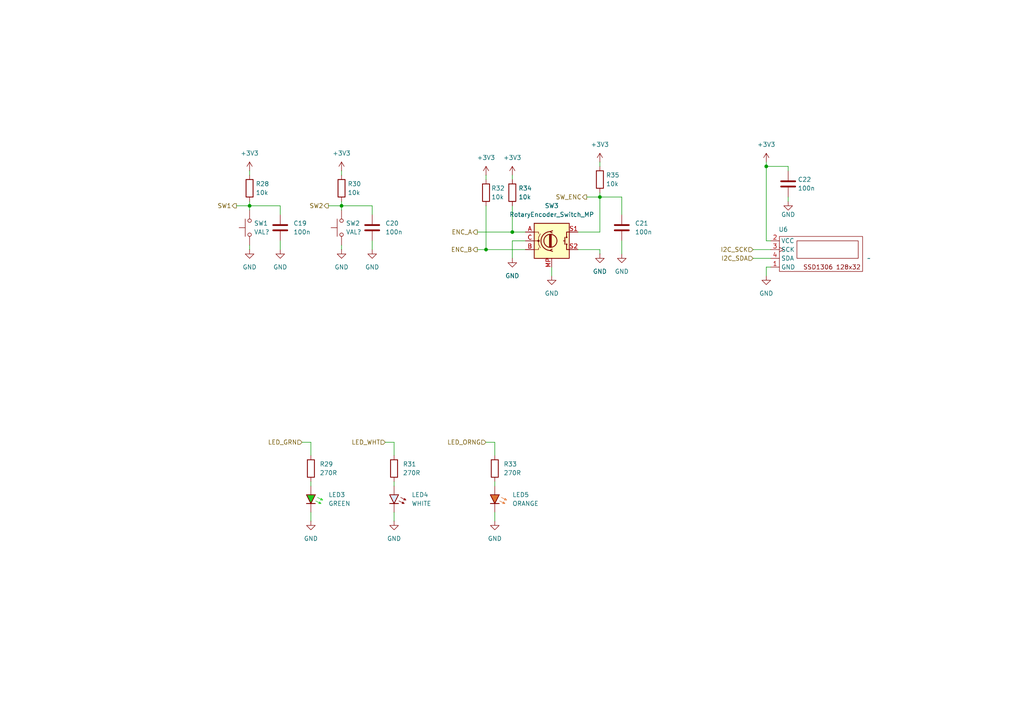
<source format=kicad_sch>
(kicad_sch (version 20231120) (generator "eeschema") (generator_version "8.0")
  (paper "A4")
  (lib_symbols
    (symbol "Device:RotaryEncoder_Switch_MP" (pin_names (offset 0.254) hide)
      (property "Reference" "SW" (at 0 8.89 0))
      (property "Value" "RotaryEncoder_Switch_MP" (at 0 6.35 0))
      (symbol "RotaryEncoder_Switch_MP_0_1"
        (rectangle (start -5.08 5.08) (end 5.08 -5.08) (stroke (width 0.254)) (fill (type background)))
        (circle (center -3.81 0) (radius 0.254) (fill (type outline)))
        (circle (center -0.381 0) (radius 1.905) (stroke (width 0.254)))
        (arc (start -0.381 2.667) (mid -3.0988 -0.0635) (end -0.381 -2.794) (stroke (width 0.254)))
        (polyline (pts (xy -0.635 -1.778) (xy -0.635 1.778)) (stroke (width 0.254)))
        (polyline (pts (xy -0.381 -1.778) (xy -0.381 1.778)) (stroke (width 0.254)))
        (polyline (pts (xy -0.127 1.778) (xy -0.127 -1.778)) (stroke (width 0.254)))
        (polyline (pts (xy 3.81 0) (xy 3.429 0)) (stroke (width 0.254)))
        (polyline (pts (xy 3.81 1.016) (xy 3.81 -1.016)) (stroke (width 0.254)))
        (polyline (pts (xy -5.08 -2.54) (xy -3.81 -2.54) (xy -3.81 -2.032)))
        (polyline (pts (xy -5.08 2.54) (xy -3.81 2.54) (xy -3.81 2.032)))
        (polyline (pts (xy 0.254 -3.048) (xy -0.508 -2.794) (xy 0.127 -2.413)) (stroke (width 0.254)))
        (polyline (pts (xy 0.254 2.921) (xy -0.508 2.667) (xy 0.127 2.286)) (stroke (width 0.254)))
        (polyline (pts (xy 5.08 -2.54) (xy 4.318 -2.54) (xy 4.318 -1.016)) (stroke (width 0.254)))
        (polyline (pts (xy 5.08 2.54) (xy 4.318 2.54) (xy 4.318 1.016)) (stroke (width 0.254)))
        (polyline (pts (xy -5.08 0) (xy -3.81 0) (xy -3.81 -1.016) (xy -3.302 -2.032)))
        (polyline (pts (xy -4.318 0) (xy -3.81 0) (xy -3.81 1.016) (xy -3.302 2.032)))
        (circle (center 4.318 -1.016) (radius 0.127) (stroke (width 0.254)))
        (circle (center 4.318 1.016) (radius 0.127) (stroke (width 0.254)))
      )
      (symbol "RotaryEncoder_Switch_MP_1_1"
        (pin passive line (at -7.62 2.54 0) (length 2.54) (name "A") (number "A"))
        (pin passive line (at -7.62 -2.54 0) (length 2.54) (name "B") (number "B"))
        (pin passive line (at -7.62 0 0) (length 2.54) (name "C") (number "C"))
        (pin passive line (at 0 -7.62 90) (length 2.54) (name "MP") (number "MP"))
        (pin passive line (at 7.62 2.54 180) (length 2.54) (name "S1") (number "S1"))
        (pin passive line (at 7.62 -2.54 180) (length 2.54) (name "S2") (number "S2"))
      )
    )
    (symbol "PCM_Capacitor_AKL:C_0603" (pin_numbers hide) (pin_names (offset 0.254))
      (property "Reference" "C" (at 0.635 2.54 0))
      (property "Value" "C_0603" (at 0.635 -2.54 0))
      (symbol "C_0603_0_1"
        (polyline (pts (xy -2.032 -0.762) (xy 2.032 -0.762)) (stroke (width 0.508)))
        (polyline (pts (xy -2.032 0.762) (xy 2.032 0.762)) (stroke (width 0.508)))
      )
      (symbol "C_0603_0_2"
        (polyline (pts (xy -2.54 -2.54) (xy -0.381 -0.381)))
        (polyline (pts (xy -0.508 -0.508) (xy -1.651 0.635)) (stroke (width 0.508)))
        (polyline (pts (xy -0.508 -0.508) (xy 0.635 -1.651)) (stroke (width 0.508)))
        (polyline (pts (xy 0.381 0.381) (xy 2.54 2.54)))
        (polyline (pts (xy 0.508 0.508) (xy -0.635 1.651)) (stroke (width 0.508)))
        (polyline (pts (xy 0.508 0.508) (xy 1.651 -0.635)) (stroke (width 0.508)))
      )
      (symbol "C_0603_1_1"
        (pin passive line (at 0 3.81 270) (length 2.794) (name "~") (number "1"))
        (pin passive line (at 0 -3.81 90) (length 2.794) (name "~") (number "2"))
      )
      (symbol "C_0603_1_2"
        (pin passive line (at 2.54 2.54 270) (length 0) (name "~") (number "1"))
        (pin passive line (at -2.54 -2.54 90) (length 0) (name "~") (number "2"))
      )
    )
    (symbol "PCM_LED_AKL:LED_0805_Green" (pin_numbers hide) (pin_names (offset 1.016) hide)
      (property "Reference" "LED" (at 0 7.62 0))
      (property "Value" "LED_0805_Green" (at 0 5.08 0))
      (symbol "LED_0805_Green_0_1"
        (polyline (pts (xy -0.508 1.905) (xy 0.254 3.429)) (stroke (width 0.1524) (color 30 200 30 1)))
        (polyline (pts (xy 0.508 1.397) (xy 1.27 2.921)) (stroke (width 0.1524) (color 30 200 30 1)))
        (polyline (pts (xy 1.27 1.27) (xy 1.27 -1.27)) (stroke (width 0.254)))
        (polyline (pts (xy -1.27 1.27) (xy -1.27 -1.27) (xy 1.27 0) (xy -1.27 1.27)) (stroke (width 0.254)) (fill (type color) (color 30 200 30 1)))
        (polyline (pts (xy 0.254 2.794) (xy -0.254 3.048) (xy 0.254 3.429) (xy 0.254 2.794)) (stroke (width 0) (color 30 200 30 1)) (fill (type outline)))
        (polyline (pts (xy 1.27 2.286) (xy 0.762 2.54) (xy 1.27 2.921) (xy 1.27 2.286)) (stroke (width 0.1524) (color 30 200 30 1)) (fill (type outline)))
      )
      (symbol "LED_0805_Green_0_2"
        (polyline (pts (xy -2.54 -2.54) (xy -0.889 -0.889)))
        (polyline (pts (xy -1.651 0.889) (xy -2.159 2.413)) (stroke (width 0) (color 30 200 30 1)))
        (polyline (pts (xy -0.508 1.27) (xy -1.016 2.794)) (stroke (width 0) (color 30 200 30 1)))
        (polyline (pts (xy 0 1.778) (xy 1.778 0)) (stroke (width 0.254)))
        (polyline (pts (xy 0.889 0.889) (xy 2.54 2.54)))
        (polyline (pts (xy -0.889 -0.889) (xy -1.778 0) (xy 0.889 0.889) (xy 0 -1.778) (xy -0.889 -0.889)) (stroke (width 0.254)) (fill (type color) (color 30 200 30 1)))
      )
      (symbol "LED_0805_Green_1_1"
        (pin passive line (at 3.81 0 180) (length 2.54) (name "K") (number "1"))
        (pin passive line (at -3.81 0 0) (length 2.54) (name "A") (number "2"))
      )
      (symbol "LED_0805_Green_1_2"
        (polyline (pts (xy -2.159 2.413) (xy -2.286 1.778) (xy -1.6764 1.9812) (xy -2.159 2.413)) (stroke (width 0) (color 30 200 30 1)) (fill (type outline)))
        (polyline (pts (xy -1.016 2.794) (xy -1.143 2.159) (xy -0.5334 2.3622) (xy -1.016 2.794)) (stroke (width 0) (color 30 200 30 1)) (fill (type outline)))
        (pin passive line (at 2.54 2.54 180) (length 0) (name "K") (number "1"))
        (pin passive line (at -2.54 -2.54 0) (length 0) (name "A") (number "2"))
      )
    )
    (symbol "PCM_LED_AKL:LED_0805_Orange" (pin_numbers hide) (pin_names (offset 1.016) hide)
      (property "Reference" "LED" (at 0 7.62 0))
      (property "Value" "LED_0805_Orange" (at 0 5.08 0))
      (symbol "LED_0805_Orange_0_1"
        (polyline (pts (xy -0.508 1.905) (xy 0.254 3.429)) (stroke (width 0.1524) (color 220 115 50 1)))
        (polyline (pts (xy 0.508 1.397) (xy 1.27 2.921)) (stroke (width 0.1524) (color 220 115 50 1)))
        (polyline (pts (xy 1.27 1.27) (xy 1.27 -1.27)) (stroke (width 0.254)))
        (polyline (pts (xy -1.27 1.27) (xy -1.27 -1.27) (xy 1.27 0) (xy -1.27 1.27)) (stroke (width 0.254)) (fill (type color) (color 220 115 50 1)))
        (polyline (pts (xy 1.27 2.286) (xy 0.762 2.54) (xy 1.27 2.921) (xy 1.27 2.286)) (stroke (width 0.1524) (color 220 115 50 1)) (fill (type outline)))
      )
      (symbol "LED_0805_Orange_0_2"
        (polyline (pts (xy -2.54 -2.54) (xy -0.889 -0.889)))
        (polyline (pts (xy -1.651 0.889) (xy -2.159 2.413)) (stroke (width 0) (color 220 115 50 1)))
        (polyline (pts (xy -0.508 1.27) (xy -1.016 2.794)) (stroke (width 0) (color 220 115 50 1)))
        (polyline (pts (xy 0 1.778) (xy 1.778 0)) (stroke (width 0.254)))
        (polyline (pts (xy 0.889 0.889) (xy 2.54 2.54)))
        (polyline (pts (xy -0.889 -0.889) (xy -1.778 0) (xy 0.889 0.889) (xy 0 -1.778) (xy -0.889 -0.889)) (stroke (width 0.254)) (fill (type color) (color 220 115 50 1)))
      )
      (symbol "LED_0805_Orange_1_1"
        (polyline (pts (xy 0.254 2.794) (xy -0.254 3.048) (xy 0.254 3.429) (xy 0.254 2.794)) (stroke (width 0) (color 220 115 50 1)) (fill (type outline)))
        (pin passive line (at 3.81 0 180) (length 2.54) (name "K") (number "1"))
        (pin passive line (at -3.81 0 0) (length 2.54) (name "A") (number "2"))
      )
      (symbol "LED_0805_Orange_1_2"
        (polyline (pts (xy -2.159 2.413) (xy -2.286 1.778) (xy -1.6764 1.9812) (xy -2.159 2.413)) (stroke (width 0) (color 220 115 50 1)) (fill (type outline)))
        (polyline (pts (xy -1.016 2.794) (xy -1.143 2.159) (xy -0.5334 2.3622) (xy -1.016 2.794)) (stroke (width 0) (color 220 115 50 1)) (fill (type outline)))
        (pin passive line (at 2.54 2.54 180) (length 0) (name "K") (number "1"))
        (pin passive line (at -2.54 -2.54 0) (length 0) (name "A") (number "2"))
      )
    )
    (symbol "PCM_LED_AKL:LED_0805_White_Cold" (pin_numbers hide) (pin_names (offset 1.016) hide)
      (property "Reference" "LED" (at 0 7.62 0))
      (property "Value" "LED_0805_White_Cold" (at 0 5.08 0))
      (symbol "LED_0805_White_Cold_0_1"
        (polyline (pts (xy -0.508 1.905) (xy 0.254 3.429)) (stroke (width 0.1524)))
        (polyline (pts (xy 0.508 1.397) (xy 1.27 2.921)) (stroke (width 0.1524)))
        (polyline (pts (xy 1.27 1.27) (xy 1.27 -1.27)) (stroke (width 0.254)))
        (polyline (pts (xy -1.27 1.27) (xy -1.27 -1.27) (xy 1.27 0) (xy -1.27 1.27)) (stroke (width 0.254)) (fill (type color) (color 220 235 255 1)))
        (polyline (pts (xy 0.254 2.794) (xy -0.254 3.048) (xy 0.254 3.429) (xy 0.254 2.794)) (fill (type outline)))
        (polyline (pts (xy 1.27 2.286) (xy 0.762 2.54) (xy 1.27 2.921) (xy 1.27 2.286)) (stroke (width 0.1524)) (fill (type outline)))
      )
      (symbol "LED_0805_White_Cold_0_2"
        (polyline (pts (xy -2.54 -2.54) (xy -0.889 -0.889)))
        (polyline (pts (xy -1.651 0.889) (xy -2.159 2.413)))
        (polyline (pts (xy -0.508 1.27) (xy -1.016 2.794)))
        (polyline (pts (xy 0 1.778) (xy 1.778 0)) (stroke (width 0.254)))
        (polyline (pts (xy 0.889 0.889) (xy 2.54 2.54)))
        (polyline (pts (xy -2.159 2.413) (xy -2.286 1.778) (xy -1.6764 1.9812) (xy -2.159 2.413)) (fill (type outline)))
        (polyline (pts (xy -1.016 2.794) (xy -1.143 2.159) (xy -0.5334 2.3622) (xy -1.016 2.794)) (fill (type outline)))
        (polyline (pts (xy -0.889 -0.889) (xy -1.778 0) (xy 0.889 0.889) (xy 0 -1.778) (xy -0.889 -0.889)) (stroke (width 0.254)) (fill (type color) (color 220 235 255 1)))
      )
      (symbol "LED_0805_White_Cold_1_1"
        (pin passive line (at 3.81 0 180) (length 2.54) (name "K") (number "1"))
        (pin passive line (at -3.81 0 0) (length 2.54) (name "A") (number "2"))
      )
      (symbol "LED_0805_White_Cold_1_2"
        (pin passive line (at 2.54 2.54 180) (length 0) (name "K") (number "1"))
        (pin passive line (at -2.54 -2.54 0) (length 0) (name "A") (number "2"))
      )
    )
    (symbol "PCM_Resistor_AKL:R_0603" (pin_numbers hide) (pin_names (offset 0))
      (property "Reference" "R" (at 2.54 1.27 0))
      (property "Value" "R_0603" (at 2.54 -1.27 0))
      (symbol "R_0603_0_1"
        (rectangle (start -1.016 2.54) (end 1.016 -2.54) (stroke (width 0.254)))
      )
      (symbol "R_0603_0_2"
        (polyline (pts (xy -2.54 -2.54) (xy -1.524 -1.524)))
        (polyline (pts (xy 1.524 1.524) (xy 2.54 2.54)))
        (polyline (pts (xy 1.524 1.524) (xy 0.889 2.159) (xy -2.159 -0.889) (xy -0.889 -2.159) (xy 2.159 0.889) (xy 1.524 1.524)) (stroke (width 0.254)))
      )
      (symbol "R_0603_1_1"
        (pin passive line (at 0 3.81 270) (length 1.27) (name "~") (number "1"))
        (pin passive line (at 0 -3.81 90) (length 1.27) (name "~") (number "2"))
      )
      (symbol "R_0603_1_2"
        (pin passive line (at 2.54 2.54 180) (length 0) (name "") (number "1"))
        (pin passive line (at -2.54 -2.54 0) (length 0) (name "") (number "2"))
      )
    )
    (symbol "PrivateLib:SSD1306-128x32-0.91"
      (property "Reference" "U" (at -12.446 5.334 0))
      (symbol "SSD1306-128x32-0.91_0_1"
        (rectangle (start -12.7 3.81) (end 11.43 -6.35))
        (rectangle (start -7.62 2.54) (end 10.16 -2.54))
      )
      (symbol "SSD1306-128x32-0.91_1_1"
        (text "SSD1306 128x32" (at 2.54 -5.08 0) (effects (font (size 1.27 1.27))))
        (pin input line (at -15.24 -5.08 0) (length 2.54) (name "GND") (number "1"))
        (pin input line (at -15.24 2.54 0) (length 2.54) (name "VCC") (number "2"))
        (pin input clock (at -15.24 0 0) (length 2.54) (name "SCK") (number "3"))
        (pin bidirectional line (at -15.24 -2.54 0) (length 2.54) (name "SDA") (number "4"))
      )
    )
    (symbol "Switch:SW_Push" (pin_numbers hide) (pin_names (offset 1.016) hide)
      (property "Reference" "SW" (at 1.27 2.54 0))
      (property "Value" "SW_Push" (at 0 -1.524 0))
      (symbol "SW_Push_0_1"
        (circle (center -2.032 0) (radius 0.508))
        (polyline (pts (xy 0 1.27) (xy 0 3.048)))
        (polyline (pts (xy 2.54 1.27) (xy -2.54 1.27)))
        (circle (center 2.032 0) (radius 0.508))
        (pin passive line (at -5.08 0 0) (length 2.54) (name "1") (number "1"))
        (pin passive line (at 5.08 0 180) (length 2.54) (name "2") (number "2"))
      )
    )
    (symbol "power:+3V3" (power) (pin_numbers hide) (pin_names (offset 0) hide)
      (property "Value" "+3V3" (at 0 3.556 0))
      (symbol "+3V3_0_1"
        (polyline (pts (xy -0.762 1.27) (xy 0 2.54)))
        (polyline (pts (xy 0 0) (xy 0 2.54)))
        (polyline (pts (xy 0 2.54) (xy 0.762 1.27)))
      )
      (symbol "+3V3_1_1"
        (pin power_in line (at 0 0 90) (length 0) (name "~") (number "1"))
      )
    )
    (symbol "power:GND" (power) (pin_numbers hide) (pin_names (offset 0) hide)
      (property "Value" "GND" (at 0 -3.81 0))
      (symbol "GND_0_1"
        (polyline (pts (xy 0 0) (xy 0 -1.27) (xy 1.27 -1.27) (xy 0 -2.54) (xy -1.27 -1.27) (xy 0 -1.27)))
      )
      (symbol "GND_1_1"
        (pin power_in line (at 0 0 270) (length 0) (name "~") (number "1"))
      )
    )
  )
  (junction (at 72.39 59.69))
  (junction (at 99.06 59.69))
  (junction (at 140.97 72.39))
  (junction (at 173.99 57.15))
  (junction (at 222.25 48.26))
  (junction (at 148.59 67.31))
  (wire (pts (xy 160.02 77.47) (xy 160.02 80.01)))
  (wire (pts (xy 90.17 139.7) (xy 90.17 140.97)))
  (wire (pts (xy 148.59 67.31) (xy 148.59 59.69)))
  (wire (pts (xy 218.44 72.39) (xy 223.52 72.39)))
  (wire (pts (xy 140.97 72.39) (xy 140.97 59.69)))
  (wire (pts (xy 152.4 67.31) (xy 148.59 67.31)))
  (wire (pts (xy 114.3 139.7) (xy 114.3 140.97)))
  (wire (pts (xy 99.06 59.69) (xy 107.95 59.69)))
  (wire (pts (xy 223.52 77.47) (xy 222.25 77.47)))
  (wire (pts (xy 107.95 59.69) (xy 107.95 62.23)))
  (wire (pts (xy 173.99 57.15) (xy 173.99 67.31)))
  (wire (pts (xy 81.28 69.85) (xy 81.28 72.39)))
  (wire (pts (xy 222.25 48.26) (xy 228.6 48.26)))
  (wire (pts (xy 99.06 59.69) (xy 99.06 60.96)))
  (wire (pts (xy 111.76 128.27) (xy 114.3 128.27)))
  (wire (pts (xy 173.99 55.88) (xy 173.99 57.15)))
  (wire (pts (xy 170.18 57.15) (xy 173.99 57.15)))
  (wire (pts (xy 81.28 59.69) (xy 81.28 62.23)))
  (wire (pts (xy 72.39 58.42) (xy 72.39 59.69)))
  (wire (pts (xy 114.3 148.59) (xy 114.3 151.13)))
  (wire (pts (xy 99.06 49.53) (xy 99.06 50.8)))
  (wire (pts (xy 68.58 59.69) (xy 72.39 59.69)))
  (wire (pts (xy 148.59 69.85) (xy 148.59 74.93)))
  (wire (pts (xy 140.97 50.8) (xy 140.97 52.07)))
  (wire (pts (xy 148.59 50.8) (xy 148.59 52.07)))
  (wire (pts (xy 72.39 59.69) (xy 81.28 59.69)))
  (wire (pts (xy 138.43 67.31) (xy 148.59 67.31)))
  (wire (pts (xy 90.17 148.59) (xy 90.17 151.13)))
  (wire (pts (xy 72.39 71.12) (xy 72.39 72.39)))
  (wire (pts (xy 138.43 72.39) (xy 140.97 72.39)))
  (wire (pts (xy 180.34 57.15) (xy 180.34 62.23)))
  (wire (pts (xy 90.17 128.27) (xy 90.17 132.08)))
  (wire (pts (xy 140.97 128.27) (xy 143.51 128.27)))
  (wire (pts (xy 173.99 46.99) (xy 173.99 48.26)))
  (wire (pts (xy 222.25 48.26) (xy 222.25 69.85)))
  (wire (pts (xy 107.95 69.85) (xy 107.95 72.39)))
  (wire (pts (xy 143.51 139.7) (xy 143.51 140.97)))
  (wire (pts (xy 228.6 57.15) (xy 228.6 58.42)))
  (wire (pts (xy 222.25 77.47) (xy 222.25 80.01)))
  (wire (pts (xy 222.25 69.85) (xy 223.52 69.85)))
  (wire (pts (xy 72.39 49.53) (xy 72.39 50.8)))
  (wire (pts (xy 180.34 69.85) (xy 180.34 73.66)))
  (wire (pts (xy 114.3 128.27) (xy 114.3 132.08)))
  (wire (pts (xy 99.06 58.42) (xy 99.06 59.69)))
  (wire (pts (xy 218.44 74.93) (xy 223.52 74.93)))
  (wire (pts (xy 167.64 72.39) (xy 173.99 72.39)))
  (wire (pts (xy 222.25 46.99) (xy 222.25 48.26)))
  (wire (pts (xy 228.6 48.26) (xy 228.6 49.53)))
  (wire (pts (xy 173.99 72.39) (xy 173.99 73.66)))
  (wire (pts (xy 143.51 128.27) (xy 143.51 132.08)))
  (wire (pts (xy 152.4 72.39) (xy 140.97 72.39)))
  (wire (pts (xy 167.64 67.31) (xy 173.99 67.31)))
  (wire (pts (xy 143.51 148.59) (xy 143.51 151.13)))
  (wire (pts (xy 173.99 57.15) (xy 180.34 57.15)))
  (wire (pts (xy 72.39 59.69) (xy 72.39 60.96)))
  (wire (pts (xy 152.4 69.85) (xy 148.59 69.85)))
  (wire (pts (xy 95.25 59.69) (xy 99.06 59.69)))
  (wire (pts (xy 87.63 128.27) (xy 90.17 128.27)))
  (wire (pts (xy 99.06 71.12) (xy 99.06 72.39)))
  (hierarchical_label "I2C_SDA" (shape input) (at 218.44 74.93 180))
  (hierarchical_label "ENC_B" (shape output) (at 138.43 72.39 180))
  (hierarchical_label "I2C_SCK" (shape input) (at 218.44 72.39 180))
  (hierarchical_label "ENC_A" (shape output) (at 138.43 67.31 180))
  (hierarchical_label "SW1" (shape output) (at 68.58 59.69 180))
  (hierarchical_label "SW2" (shape output) (at 95.25 59.69 180))
  (hierarchical_label "LED_ORNG" (shape input) (at 140.97 128.27 180))
  (hierarchical_label "SW_ENC" (shape output) (at 170.18 57.15 180))
  (hierarchical_label "LED_WHT" (shape input) (at 111.76 128.27 180))
  (hierarchical_label "LED_GRN" (shape input) (at 87.63 128.27 180))
  (symbol (lib_id "PCM_LED_AKL:LED_0805_Green") (at 90.17 144.78 270) (unit 1)
    (property "Reference" "LED3" (at 95.25 143.5099 90) (effects (justify left)))
    (property "Value" "GREEN" (at 95.25 146.0499 90) (effects (justify left)))
    (property "Footprint" "PCM_LED_SMD_AKL:LED_0805_2012Metric" (effects (hide yes)))
    (property "Description" "Green SMD LED, 0805, Alternate KiCad Library" (effects (hide yes)))
  )
  (symbol (lib_id "PCM_Capacitor_AKL:C_0603") (at 180.34 66.04 0) (unit 1)
    (property "Reference" "C21" (at 184.15 64.7699 0) (effects (justify left)))
    (property "Value" "100n" (at 184.15 67.3099 0) (effects (justify left)))
    (property "Footprint" "PCM_Capacitor_SMD_AKL:C_0603_1608Metric" (effects (hide yes)))
    (property "Description" "SMD 0603 MLCC capacitor, Alternate KiCad Library" (effects (hide yes)))
  )
  (symbol (lib_id "power:+3V3") (at 173.99 46.99 0) (unit 1)
    (property "Reference" "#PWR065" (effects (hide yes)))
    (property "Value" "+3V3" (at 173.99 41.91 0))
    (property "Description" "Power symbol creates a global label with name \"+3V3\"" (effects (hide yes)))
  )
  (symbol (lib_id "PCM_Resistor_AKL:R_0603") (at 72.39 54.61 0) (unit 1)
    (property "Reference" "R28" (at 74.168 53.34 0) (effects (justify left)))
    (property "Value" "10k" (at 74.168 55.88 0) (effects (justify left)))
    (property "Footprint" "PCM_Resistor_SMD_AKL:R_0603_1608Metric" (effects (hide yes)))
    (property "Description" "SMD 0603 Chip Resistor, European Symbol, Alternate KiCad Library" (effects (hide yes)))
  )
  (symbol (lib_id "PCM_Resistor_AKL:R_0603") (at 114.3 135.89 0) (unit 1)
    (property "Reference" "R31" (at 116.84 134.6199 0) (effects (justify left)))
    (property "Value" "270R" (at 116.84 137.1599 0) (effects (justify left)))
    (property "Footprint" "PCM_Resistor_SMD_AKL:R_0603_1608Metric" (effects (hide yes)))
    (property "Description" "SMD 0603 Chip Resistor, European Symbol, Alternate KiCad Library" (effects (hide yes)))
  )
  (symbol (lib_id "power:GND") (at 173.99 73.66 0) (unit 1)
    (property "Reference" "#PWR066" (effects (hide yes)))
    (property "Value" "GND" (at 173.99 78.74 0))
    (property "Description" "Power symbol creates a global label with name \"GND\" , ground" (effects (hide yes)))
  )
  (symbol (lib_id "power:GND") (at 148.59 74.93 0) (unit 1)
    (property "Reference" "#PWR063" (effects (hide yes)))
    (property "Value" "GND" (at 148.59 80.01 0))
    (property "Description" "Power symbol creates a global label with name \"GND\" , ground" (effects (hide yes)))
  )
  (symbol (lib_id "PCM_LED_AKL:LED_0805_Orange") (at 143.51 144.78 270) (unit 1)
    (property "Reference" "LED5" (at 148.59 143.5099 90) (effects (justify left)))
    (property "Value" "ORANGE" (at 148.59 146.0499 90) (effects (justify left)))
    (property "Footprint" "PCM_LED_SMD_AKL:LED_0805_2012Metric" (effects (hide yes)))
    (property "Description" "Orange SMD LED, 0805, Alternate KiCad Library" (effects (hide yes)))
  )
  (symbol (lib_id "power:GND") (at 143.51 151.13 0) (unit 1)
    (property "Reference" "#PWR061" (effects (hide yes)))
    (property "Value" "GND" (at 143.51 156.21 0))
    (property "Description" "Power symbol creates a global label with name \"GND\" , ground" (effects (hide yes)))
  )
  (symbol (lib_id "PrivateLib:SSD1306-128x32-0.91") (at 238.76 72.39 0) (unit 1) (exclude_from_sim yes)
    (property "Reference" "U6" (at 225.806 66.548 0) (effects (justify left)))
    (property "Value" "~" (at 251.46 74.93 0) (effects (justify left)))
    (property "Footprint" "athanniss-lcd:SSD1306-0.91-OLED-4pin-128x32_no-header-offset" (effects (hide yes)))
    (property "Description" "0.91\" 128x32 OLED module" (effects (hide yes)))
  )
  (symbol (lib_id "PCM_Resistor_AKL:R_0603") (at 143.51 135.89 0) (unit 1)
    (property "Reference" "R33" (at 146.05 134.6199 0) (effects (justify left)))
    (property "Value" "270R" (at 146.05 137.1599 0) (effects (justify left)))
    (property "Footprint" "PCM_Resistor_SMD_AKL:R_0603_1608Metric" (effects (hide yes)))
    (property "Description" "SMD 0603 Chip Resistor, European Symbol, Alternate KiCad Library" (effects (hide yes)))
  )
  (symbol (lib_id "power:+3V3") (at 222.25 46.99 0) (unit 1)
    (property "Reference" "#PWR068" (effects (hide yes)))
    (property "Value" "+3V3" (at 222.25 41.91 0))
    (property "Description" "Power symbol creates a global label with name \"+3V3\"" (effects (hide yes)))
  )
  (symbol (lib_id "power:+3V3") (at 72.39 49.53 0) (unit 1)
    (property "Reference" "#PWR052" (effects (hide yes)))
    (property "Value" "+3V3" (at 72.39 44.45 0))
    (property "Description" "Power symbol creates a global label with name \"+3V3\"" (effects (hide yes)))
  )
  (symbol (lib_id "PCM_LED_AKL:LED_0805_White_Cold") (at 114.3 144.78 270) (unit 1)
    (property "Reference" "LED4" (at 119.38 143.5099 90) (effects (justify left)))
    (property "Value" "WHITE" (at 119.38 146.0499 90) (effects (justify left)))
    (property "Footprint" "PCM_LED_SMD_AKL:LED_0805_2012Metric" (effects (hide yes)))
    (property "Description" "Cold white SMD LED, 0805, Alternate KiCad Library" (effects (hide yes)))
  )
  (symbol (lib_id "power:GND") (at 90.17 151.13 0) (unit 1)
    (property "Reference" "#PWR055" (effects (hide yes)))
    (property "Value" "GND" (at 90.17 156.21 0))
    (property "Description" "Power symbol creates a global label with name \"GND\" , ground" (effects (hide yes)))
  )
  (symbol (lib_id "power:GND") (at 180.34 73.66 0) (unit 1)
    (property "Reference" "#PWR067" (effects (hide yes)))
    (property "Value" "GND" (at 180.34 78.74 0))
    (property "Description" "Power symbol creates a global label with name \"GND\" , ground" (effects (hide yes)))
  )
  (symbol (lib_id "power:GND") (at 222.25 80.01 0) (unit 1)
    (property "Reference" "#PWR069" (effects (hide yes)))
    (property "Value" "GND" (at 222.25 85.09 0))
    (property "Description" "Power symbol creates a global label with name \"GND\" , ground" (effects (hide yes)))
  )
  (symbol (lib_id "PCM_Resistor_AKL:R_0603") (at 90.17 135.89 0) (unit 1)
    (property "Reference" "R29" (at 92.71 134.6199 0) (effects (justify left)))
    (property "Value" "270R" (at 92.71 137.1599 0) (effects (justify left)))
    (property "Footprint" "PCM_Resistor_SMD_AKL:R_0603_1608Metric" (effects (hide yes)))
    (property "Description" "SMD 0603 Chip Resistor, European Symbol, Alternate KiCad Library" (effects (hide yes)))
  )
  (symbol (lib_id "PCM_Capacitor_AKL:C_0603") (at 81.28 66.04 0) (unit 1)
    (property "Reference" "C19" (at 85.09 64.7699 0) (effects (justify left)))
    (property "Value" "100n" (at 85.09 67.3099 0) (effects (justify left)))
    (property "Footprint" "PCM_Capacitor_SMD_AKL:C_0603_1608Metric" (effects (hide yes)))
    (property "Description" "SMD 0603 MLCC capacitor, Alternate KiCad Library" (effects (hide yes)))
  )
  (symbol (lib_id "power:GND") (at 160.02 80.01 0) (unit 1)
    (property "Reference" "#PWR064" (effects (hide yes)))
    (property "Value" "GND" (at 160.02 85.09 0))
    (property "Description" "Power symbol creates a global label with name \"GND\" , ground" (effects (hide yes)))
  )
  (symbol (lib_id "power:GND") (at 81.28 72.39 0) (unit 1)
    (property "Reference" "#PWR054" (effects (hide yes)))
    (property "Value" "GND" (at 81.28 77.47 0))
    (property "Description" "Power symbol creates a global label with name \"GND\" , ground" (effects (hide yes)))
  )
  (symbol (lib_id "power:+3V3") (at 148.59 50.8 0) (unit 1)
    (property "Reference" "#PWR062" (effects (hide yes)))
    (property "Value" "+3V3" (at 148.59 45.72 0))
    (property "Description" "Power symbol creates a global label with name \"+3V3\"" (effects (hide yes)))
  )
  (symbol (lib_id "power:GND") (at 114.3 151.13 0) (unit 1)
    (property "Reference" "#PWR059" (effects (hide yes)))
    (property "Value" "GND" (at 114.3 156.21 0))
    (property "Description" "Power symbol creates a global label with name \"GND\" , ground" (effects (hide yes)))
  )
  (symbol (lib_id "Switch:SW_Push") (at 72.39 66.04 90) (unit 1)
    (property "Reference" "SW1" (at 73.66 64.7699 90) (effects (justify right)))
    (property "Value" "VAL?" (at 73.66 67.3099 90) (effects (justify right)))
    (property "Footprint" "athaniss-device:SW_SPST_PTS647_Sx70" (effects (hide yes)))
    (property "Description" "Push button switch, generic, two pins" (effects (hide yes)))
    (property "Mfg. Part Number" "PTS647SK70SMTR2LFS" (effects (hide yes)))
  )
  (symbol (lib_id "power:+3V3") (at 140.97 50.8 0) (unit 1)
    (property "Reference" "#PWR060" (effects (hide yes)))
    (property "Value" "+3V3" (at 140.97 45.72 0))
    (property "Description" "Power symbol creates a global label with name \"+3V3\"" (effects (hide yes)))
  )
  (symbol (lib_id "power:GND") (at 72.39 72.39 0) (unit 1)
    (property "Reference" "#PWR053" (effects (hide yes)))
    (property "Value" "GND" (at 72.39 77.47 0))
    (property "Description" "Power symbol creates a global label with name \"GND\" , ground" (effects (hide yes)))
  )
  (symbol (lib_id "power:GND") (at 99.06 72.39 0) (unit 1)
    (property "Reference" "#PWR057" (effects (hide yes)))
    (property "Value" "GND" (at 99.06 77.47 0))
    (property "Description" "Power symbol creates a global label with name \"GND\" , ground" (effects (hide yes)))
  )
  (symbol (lib_id "power:+3V3") (at 99.06 49.53 0) (unit 1)
    (property "Reference" "#PWR056" (effects (hide yes)))
    (property "Value" "+3V3" (at 99.06 44.45 0))
    (property "Description" "Power symbol creates a global label with name \"+3V3\"" (effects (hide yes)))
  )
  (symbol (lib_id "power:GND") (at 228.6 58.42 0) (unit 1)
    (property "Reference" "#PWR070" (effects (hide yes)))
    (property "Value" "GND" (at 228.6 62.23 0))
    (property "Description" "Power symbol creates a global label with name \"GND\" , ground" (effects (hide yes)))
  )
  (symbol (lib_id "PCM_Resistor_AKL:R_0603") (at 173.99 52.07 0) (unit 1)
    (property "Reference" "R35" (at 175.768 50.8 0) (effects (justify left)))
    (property "Value" "10k" (at 175.768 53.34 0) (effects (justify left)))
    (property "Footprint" "PCM_Resistor_SMD_AKL:R_0603_1608Metric" (effects (hide yes)))
    (property "Description" "SMD 0603 Chip Resistor, European Symbol, Alternate KiCad Library" (effects (hide yes)))
  )
  (symbol (lib_id "PCM_Resistor_AKL:R_0603") (at 140.97 55.88 0) (unit 1)
    (property "Reference" "R32" (at 142.494 54.61 0) (effects (justify left)))
    (property "Value" "10k" (at 142.494 57.15 0) (effects (justify left)))
    (property "Footprint" "PCM_Resistor_SMD_AKL:R_0603_1608Metric" (effects (hide yes)))
    (property "Description" "SMD 0603 Chip Resistor, European Symbol, Alternate KiCad Library" (effects (hide yes)))
  )
  (symbol (lib_id "PCM_Capacitor_AKL:C_0603") (at 107.95 66.04 0) (unit 1)
    (property "Reference" "C20" (at 111.76 64.7699 0) (effects (justify left)))
    (property "Value" "100n" (at 111.76 67.3099 0) (effects (justify left)))
    (property "Footprint" "PCM_Capacitor_SMD_AKL:C_0603_1608Metric" (effects (hide yes)))
    (property "Description" "SMD 0603 MLCC capacitor, Alternate KiCad Library" (effects (hide yes)))
  )
  (symbol (lib_id "Device:RotaryEncoder_Switch_MP") (at 160.02 69.85 0) (unit 1)
    (property "Reference" "SW3" (at 160.02 59.69 0))
    (property "Value" "RotaryEncoder_Switch_MP" (at 160.02 62.23 0))
    (property "Footprint" "athaniss-device:RotaryEncoder_Alps_EC11E18244A5" (effects (hide yes)))
    (property "Description" "Rotary encoder, dual channel, incremental quadrate outputs, with switch and MP Pin" (effects (hide yes)))
    (property "Mfg. Part Number" "EC11E18244A5" (effects (hide yes)))
  )
  (symbol (lib_id "PCM_Resistor_AKL:R_0603") (at 148.59 55.88 0) (unit 1)
    (property "Reference" "R34" (at 150.368 54.61 0) (effects (justify left)))
    (property "Value" "10k" (at 150.368 57.15 0) (effects (justify left)))
    (property "Footprint" "PCM_Resistor_SMD_AKL:R_0603_1608Metric" (effects (hide yes)))
    (property "Description" "SMD 0603 Chip Resistor, European Symbol, Alternate KiCad Library" (effects (hide yes)))
  )
  (symbol (lib_id "PCM_Resistor_AKL:R_0603") (at 99.06 54.61 0) (unit 1)
    (property "Reference" "R30" (at 100.838 53.34 0) (effects (justify left)))
    (property "Value" "10k" (at 100.838 55.88 0) (effects (justify left)))
    (property "Footprint" "PCM_Resistor_SMD_AKL:R_0603_1608Metric" (effects (hide yes)))
    (property "Description" "SMD 0603 Chip Resistor, European Symbol, Alternate KiCad Library" (effects (hide yes)))
  )
  (symbol (lib_id "Switch:SW_Push") (at 99.06 66.04 90) (unit 1)
    (property "Reference" "SW2" (at 100.33 64.7699 90) (effects (justify right)))
    (property "Value" "VAL?" (at 100.33 67.3099 90) (effects (justify right)))
    (property "Footprint" "athaniss-device:SW_SPST_PTS647_Sx70" (effects (hide yes)))
    (property "Description" "Push button switch, generic, two pins" (effects (hide yes)))
    (property "Mfg. Part Number" "PTS647SK70SMTR2LFS" (effects (hide yes)))
  )
  (symbol (lib_id "PCM_Capacitor_AKL:C_0603") (at 228.6 53.34 0) (unit 1)
    (property "Reference" "C22" (at 231.394 52.07 0) (effects (justify left)))
    (property "Value" "100n" (at 231.394 54.61 0) (effects (justify left)))
    (property "Footprint" "PCM_Capacitor_SMD_AKL:C_0603_1608Metric" (effects (hide yes)))
    (property "Description" "SMD 0603 MLCC capacitor, Alternate KiCad Library" (effects (hide yes)))
  )
  (symbol (lib_id "power:GND") (at 107.95 72.39 0) (unit 1)
    (property "Reference" "#PWR058" (effects (hide yes)))
    (property "Value" "GND" (at 107.95 77.47 0))
    (property "Description" "Power symbol creates a global label with name \"GND\" , ground" (effects (hide yes)))
  )
)
</source>
